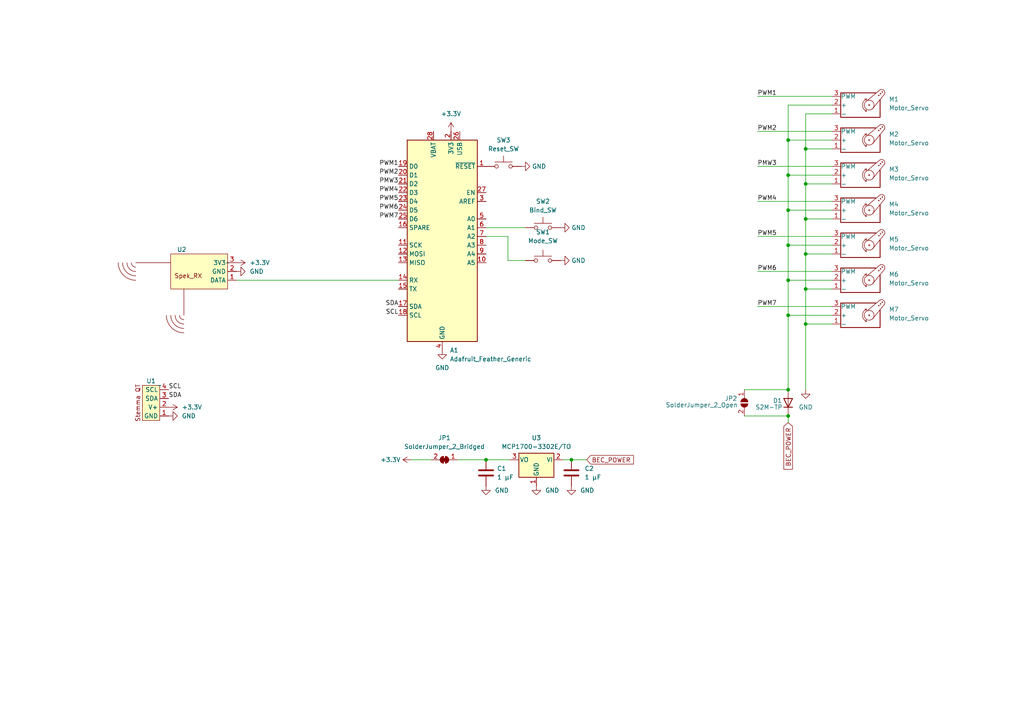
<source format=kicad_sch>
(kicad_sch (version 20230121) (generator eeschema)
  (paper "A4")
  (lib_symbols
    (symbol "Custom_Symbols:Motor_Servo" (pin_names (offset 0.0254))
      (property "Reference" "M" (at -5.08 4.445 0))
      (property "Value" "Motor_Servo" (at -5.08 -4.064 0))
      (symbol "Motor_Servo_0_1"
        (polyline (pts (xy 2.413 -1.778) (xy 2.032 -1.778)))
        (polyline (pts (xy 2.413 -1.778) (xy 2.286 -1.397)))
        (polyline (pts (xy 2.413 1.778) (xy 1.905 1.778)))
        (polyline (pts (xy 2.413 1.778) (xy 2.286 1.397)))
        (polyline (pts (xy 6.35 4.445) (xy 2.54 1.27)))
        (polyline (pts (xy 7.62 3.175) (xy 4.191 -1.016)))
        (polyline (pts (xy 5.08 3.556) (xy -5.08 3.556) (xy -5.08 -3.556) (xy 6.35 -3.556) (xy 6.35 1.524)) (stroke (width 0.254)))
        (arc (start 2.413 1.778) (mid 1.2406 0) (end 2.413 -1.778))
        (circle (center 3.175 0) (radius 0.1778))
        (circle (center 3.175 0) (radius 1.4224))
        (circle (center 5.969 2.794) (radius 0.127))
        (circle (center 6.477 3.302) (radius 0.127))
        (circle (center 6.985 3.81) (radius 0.127))
        (arc (start 7.62 3.175) (mid 7.4485 4.2735) (end 6.35 4.445))
      )
      (symbol "Motor_Servo_1_1"
        (pin passive line (at -7.62 -2.54 0) (length 2.54) (name "-") (number "1"))
        (pin passive line (at -7.62 0 0) (length 2.54) (name "+") (number "2"))
        (pin passive line (at -7.62 2.54 0) (length 2.54) (name "PWM") (number "3"))
      )
    )
    (symbol "Custom_Symbols:Spektrum_sattelite_reciever"
      (property "Reference" "U" (at 2.54 -3.81 0))
      (symbol "Spektrum_sattelite_reciever_0_1"
        (arc (start 13.97 15.24) (mid 13.598 16.138) (end 12.7 16.51))
        (arc (start 27.94 0) (mid 27.568 0.898) (end 26.67 1.27))
        (arc (start 29.21 0) (mid 28.4661 1.7961) (end 26.67 2.54))
        (arc (start 30.48 0) (mid 29.3641 2.6941) (end 26.67 3.81))
        (arc (start 31.75 0) (mid 30.2621 3.5921) (end 26.67 5.08))
      )
      (symbol "Spektrum_sattelite_reciever_1_1"
        (polyline (pts (xy 12.7 7.62) (xy 12.7 15.24)))
        (polyline (pts (xy 16.51 0) (xy 24.13 0) (xy 26.67 0)))
        (rectangle (start 0 7.62) (end 16.51 -2.54) (fill (type background)))
        (arc (start 15.24 15.24) (mid 14.4961 17.0361) (end 12.7 17.78))
        (arc (start 16.51 15.24) (mid 15.3941 17.9341) (end 12.7 19.05))
        (arc (start 17.78 15.24) (mid 16.2921 18.8321) (end 12.7 20.32))
        (text "Spek_RX" (at 11.43 3.81 0) (effects (font (size 1.27 1.27))))
        (pin output line (at -2.54 5.08 0) (length 2.54) (name "DATA") (number "1"))
        (pin power_in line (at -2.54 2.54 0) (length 2.54) (name "GND") (number "2"))
        (pin power_in line (at -2.54 0 0) (length 2.54) (name "3V3") (number "3"))
      )
    )
    (symbol "Custom_Symbols:Stemma_QT_connector"
      (property "Reference" "U" (at 1.27 -1.27 0))
      (symbol "Stemma_QT_connector_1_1"
        (rectangle (start 0 10.16) (end 5.08 0) (fill (type background)))
        (text "Stemma QT" (at 6.35 5.08 900) (effects (font (size 1.27 1.27))))
        (pin unspecified line (at -2.54 8.89 0) (length 2.54) (name "GND") (number "1"))
        (pin unspecified line (at -2.54 6.35 0) (length 2.54) (name "V+") (number "2"))
        (pin unspecified line (at -2.54 3.81 0) (length 2.54) (name "SDA") (number "3"))
        (pin unspecified line (at -2.54 1.27 0) (length 2.54) (name "SCL") (number "4"))
      )
    )
    (symbol "Device:C" (pin_numbers hide) (pin_names (offset 0.254))
      (property "Reference" "C" (at 0.635 2.54 0))
      (property "Value" "C" (at 0.635 -2.54 0))
      (symbol "C_0_1"
        (polyline (pts (xy -2.032 -0.762) (xy 2.032 -0.762)) (stroke (width 0.508)))
        (polyline (pts (xy -2.032 0.762) (xy 2.032 0.762)) (stroke (width 0.508)))
      )
      (symbol "C_1_1"
        (pin passive line (at 0 3.81 270) (length 2.794) (name "~") (number "1"))
        (pin passive line (at 0 -3.81 90) (length 2.794) (name "~") (number "2"))
      )
    )
    (symbol "Device:D" (pin_numbers hide) (pin_names (offset 1.016) hide)
      (property "Reference" "D" (at 0 2.54 0))
      (property "Value" "D" (at 0 -2.54 0))
      (symbol "D_0_1"
        (polyline (pts (xy -1.27 1.27) (xy -1.27 -1.27)) (stroke (width 0.254)))
        (polyline (pts (xy 1.27 0) (xy -1.27 0)))
        (polyline (pts (xy 1.27 1.27) (xy 1.27 -1.27) (xy -1.27 0) (xy 1.27 1.27)) (stroke (width 0.254)))
      )
      (symbol "D_1_1"
        (pin passive line (at -3.81 0 0) (length 2.54) (name "K") (number "1"))
        (pin passive line (at 3.81 0 180) (length 2.54) (name "A") (number "2"))
      )
    )
    (symbol "Jumper:SolderJumper_2_Bridged" (pin_names (offset 0) hide)
      (property "Reference" "JP" (at 0 2.032 0))
      (property "Value" "SolderJumper_2_Bridged" (at 0 -2.54 0))
      (symbol "SolderJumper_2_Bridged_0_1"
        (rectangle (start -0.508 0.508) (end 0.508 -0.508) (fill (type outline)))
        (arc (start -0.254 1.016) (mid -1.2656 0) (end -0.254 -1.016))
        (arc (start -0.254 1.016) (mid -1.2656 0) (end -0.254 -1.016) (fill (type outline)))
        (polyline (pts (xy -0.254 1.016) (xy -0.254 -1.016)))
        (polyline (pts (xy 0.254 1.016) (xy 0.254 -1.016)))
        (arc (start 0.254 -1.016) (mid 1.2656 0) (end 0.254 1.016))
        (arc (start 0.254 -1.016) (mid 1.2656 0) (end 0.254 1.016) (fill (type outline)))
      )
      (symbol "SolderJumper_2_Bridged_1_1"
        (pin passive line (at -3.81 0 0) (length 2.54) (name "A") (number "1"))
        (pin passive line (at 3.81 0 180) (length 2.54) (name "B") (number "2"))
      )
    )
    (symbol "Jumper:SolderJumper_2_Open" (pin_names (offset 0) hide)
      (property "Reference" "JP" (at 0 2.032 0))
      (property "Value" "SolderJumper_2_Open" (at 0 -2.54 0))
      (symbol "SolderJumper_2_Open_0_1"
        (arc (start -0.254 1.016) (mid -1.2656 0) (end -0.254 -1.016))
        (arc (start -0.254 1.016) (mid -1.2656 0) (end -0.254 -1.016) (fill (type outline)))
        (polyline (pts (xy -0.254 1.016) (xy -0.254 -1.016)))
        (polyline (pts (xy 0.254 1.016) (xy 0.254 -1.016)))
        (arc (start 0.254 -1.016) (mid 1.2656 0) (end 0.254 1.016))
        (arc (start 0.254 -1.016) (mid 1.2656 0) (end 0.254 1.016) (fill (type outline)))
      )
      (symbol "SolderJumper_2_Open_1_1"
        (pin passive line (at -3.81 0 0) (length 2.54) (name "A") (number "1"))
        (pin passive line (at 3.81 0 180) (length 2.54) (name "B") (number "2"))
      )
    )
    (symbol "MCU_Module:Adafruit_Feather_Generic"
      (property "Reference" "A" (at -10.16 29.21 0))
      (property "Value" "Adafruit_Feather_Generic" (at 2.54 -31.75 0))
      (symbol "Adafruit_Feather_Generic_0_1"
        (rectangle (start -10.16 27.94) (end 10.16 -30.48) (stroke (width 0.254)) (fill (type background)))
      )
      (symbol "Adafruit_Feather_Generic_1_1"
        (pin input line (at 12.7 20.32 180) (length 2.54) (name "~{RESET}") (number "1"))
        (pin bidirectional line (at 12.7 -7.62 180) (length 2.54) (name "A5") (number "10"))
        (pin bidirectional line (at -12.7 -2.54 0) (length 2.54) (name "SCK") (number "11"))
        (pin bidirectional line (at -12.7 -5.08 0) (length 2.54) (name "MOSI") (number "12"))
        (pin bidirectional line (at -12.7 -7.62 0) (length 2.54) (name "MISO") (number "13"))
        (pin bidirectional line (at -12.7 -12.7 0) (length 2.54) (name "RX") (number "14"))
        (pin bidirectional line (at -12.7 -15.24 0) (length 2.54) (name "TX") (number "15"))
        (pin bidirectional line (at -12.7 2.54 0) (length 2.54) (name "SPARE") (number "16"))
        (pin bidirectional line (at -12.7 -20.32 0) (length 2.54) (name "SDA") (number "17"))
        (pin bidirectional line (at -12.7 -22.86 0) (length 2.54) (name "SCL") (number "18"))
        (pin bidirectional line (at -12.7 20.32 0) (length 2.54) (name "D0") (number "19"))
        (pin power_in line (at 2.54 30.48 270) (length 2.54) (name "3V3") (number "2"))
        (pin bidirectional line (at -12.7 17.78 0) (length 2.54) (name "D1") (number "20"))
        (pin bidirectional line (at -12.7 15.24 0) (length 2.54) (name "D2") (number "21"))
        (pin bidirectional line (at -12.7 12.7 0) (length 2.54) (name "D3") (number "22"))
        (pin bidirectional line (at -12.7 10.16 0) (length 2.54) (name "D4") (number "23"))
        (pin bidirectional line (at -12.7 7.62 0) (length 2.54) (name "D5") (number "24"))
        (pin bidirectional line (at -12.7 5.08 0) (length 2.54) (name "D6") (number "25"))
        (pin power_in line (at 5.08 30.48 270) (length 2.54) (name "USB") (number "26"))
        (pin input line (at 12.7 12.7 180) (length 2.54) (name "EN") (number "27"))
        (pin power_in line (at -2.54 30.48 270) (length 2.54) (name "VBAT") (number "28"))
        (pin input line (at 12.7 10.16 180) (length 2.54) (name "AREF") (number "3"))
        (pin power_in line (at 0 -33.02 90) (length 2.54) (name "GND") (number "4"))
        (pin bidirectional line (at 12.7 5.08 180) (length 2.54) (name "A0") (number "5"))
        (pin bidirectional line (at 12.7 2.54 180) (length 2.54) (name "A1") (number "6"))
        (pin bidirectional line (at 12.7 0 180) (length 2.54) (name "A2") (number "7"))
        (pin bidirectional line (at 12.7 -2.54 180) (length 2.54) (name "A3") (number "8"))
        (pin bidirectional line (at 12.7 -5.08 180) (length 2.54) (name "A4") (number "9"))
      )
    )
    (symbol "Regulator_Linear:MCP1700x-330xxTO" (pin_names (offset 0.254))
      (property "Reference" "U" (at -3.81 -3.175 0))
      (property "Value" "MCP1700x-330xxTO" (at 0 -3.175 0))
      (symbol "MCP1700x-330xxTO_0_1"
        (rectangle (start -5.08 5.08) (end 5.08 -1.905) (stroke (width 0.254)) (fill (type background)))
      )
      (symbol "MCP1700x-330xxTO_1_1"
        (pin power_in line (at 0 7.62 270) (length 2.54) (name "GND") (number "1"))
        (pin power_in line (at -7.62 0 0) (length 2.54) (name "VI") (number "2"))
        (pin power_out line (at 7.62 0 180) (length 2.54) (name "VO") (number "3"))
      )
    )
    (symbol "Switch:SW_Push" (pin_numbers hide) (pin_names (offset 1.016) hide)
      (property "Reference" "SW" (at 1.27 2.54 0))
      (property "Value" "SW_Push" (at 0 -1.524 0))
      (symbol "SW_Push_0_1"
        (circle (center -2.032 0) (radius 0.508))
        (polyline (pts (xy 0 1.27) (xy 0 3.048)))
        (polyline (pts (xy 2.54 1.27) (xy -2.54 1.27)))
        (circle (center 2.032 0) (radius 0.508))
        (pin passive line (at -5.08 0 0) (length 2.54) (name "1") (number "1"))
        (pin passive line (at 5.08 0 180) (length 2.54) (name "2") (number "2"))
      )
    )
    (symbol "power:+3.3V" (power) (pin_names (offset 0))
      (property "Value" "+3.3V" (at 0 3.556 0))
      (symbol "+3.3V_0_1"
        (polyline (pts (xy -0.762 1.27) (xy 0 2.54)))
        (polyline (pts (xy 0 0) (xy 0 2.54)))
        (polyline (pts (xy 0 2.54) (xy 0.762 1.27)))
      )
      (symbol "+3.3V_1_1"
        (pin power_in line (at 0 0 90) (length 0) hide (name "+3.3V") (number "1"))
      )
    )
    (symbol "power:GND" (power) (pin_names (offset 0))
      (property "Value" "GND" (at 0 -3.81 0))
      (symbol "GND_0_1"
        (polyline (pts (xy 0 0) (xy 0 -1.27) (xy 1.27 -1.27) (xy 0 -2.54) (xy -1.27 -1.27) (xy 0 -1.27)))
      )
      (symbol "GND_1_1"
        (pin power_in line (at 0 0 270) (length 0) hide (name "GND") (number "1"))
      )
    )
  )
  (junction (at 228.6 91.44))
  (junction (at 233.68 53.34))
  (junction (at 228.6 50.8))
  (junction (at 228.6 81.28))
  (junction (at 140.97 133.35))
  (junction (at 165.735 133.35))
  (junction (at 228.6 113.03))
  (junction (at 228.6 71.12))
  (junction (at 233.68 73.66))
  (junction (at 228.6 120.65))
  (junction (at 228.6 40.64))
  (junction (at 233.68 63.5))
  (junction (at 228.6 60.96))
  (junction (at 233.68 93.98))
  (junction (at 233.68 43.18))
  (junction (at 233.68 83.82))
  (wire (pts (xy 119.38 133.35) (xy 125.095 133.35)))
  (wire (pts (xy 219.71 88.9) (xy 241.3 88.9)))
  (wire (pts (xy 233.68 83.82) (xy 233.68 93.98)))
  (wire (pts (xy 228.6 81.28) (xy 241.3 81.28)))
  (wire (pts (xy 228.6 71.12) (xy 228.6 81.28)))
  (wire (pts (xy 147.32 75.565) (xy 152.4 75.565)))
  (wire (pts (xy 219.71 68.58) (xy 241.3 68.58)))
  (wire (pts (xy 228.6 120.65) (xy 228.6 122.555)))
  (wire (pts (xy 165.735 133.35) (xy 170.18 133.35)))
  (wire (pts (xy 233.68 53.34) (xy 233.68 63.5)))
  (wire (pts (xy 233.68 83.82) (xy 241.3 83.82)))
  (wire (pts (xy 228.6 50.8) (xy 241.3 50.8)))
  (wire (pts (xy 68.58 81.28) (xy 115.57 81.28)))
  (wire (pts (xy 233.68 73.66) (xy 241.3 73.66)))
  (wire (pts (xy 219.71 38.1) (xy 241.3 38.1)))
  (wire (pts (xy 233.68 93.98) (xy 233.68 113.03)))
  (wire (pts (xy 228.6 30.48) (xy 241.3 30.48)))
  (wire (pts (xy 219.71 78.74) (xy 241.3 78.74)))
  (wire (pts (xy 132.715 133.35) (xy 140.97 133.35)))
  (wire (pts (xy 228.6 91.44) (xy 228.6 113.03)))
  (wire (pts (xy 233.68 63.5) (xy 241.3 63.5)))
  (wire (pts (xy 228.6 30.48) (xy 228.6 40.64)))
  (wire (pts (xy 163.195 133.35) (xy 165.735 133.35)))
  (wire (pts (xy 140.97 66.04) (xy 152.4 66.04)))
  (wire (pts (xy 228.6 60.96) (xy 228.6 71.12)))
  (wire (pts (xy 147.32 68.58) (xy 147.32 75.565)))
  (wire (pts (xy 140.97 133.35) (xy 147.955 133.35)))
  (wire (pts (xy 219.71 48.26) (xy 241.3 48.26)))
  (wire (pts (xy 219.71 27.94) (xy 241.3 27.94)))
  (wire (pts (xy 233.68 63.5) (xy 233.68 73.66)))
  (wire (pts (xy 140.97 68.58) (xy 147.32 68.58)))
  (wire (pts (xy 228.6 71.12) (xy 241.3 71.12)))
  (wire (pts (xy 215.9 120.65) (xy 228.6 120.65)))
  (wire (pts (xy 233.68 43.18) (xy 241.3 43.18)))
  (wire (pts (xy 228.6 91.44) (xy 241.3 91.44)))
  (wire (pts (xy 228.6 60.96) (xy 241.3 60.96)))
  (wire (pts (xy 233.68 73.66) (xy 233.68 83.82)))
  (wire (pts (xy 228.6 40.64) (xy 228.6 50.8)))
  (wire (pts (xy 233.68 53.34) (xy 241.3 53.34)))
  (wire (pts (xy 233.68 93.98) (xy 241.3 93.98)))
  (wire (pts (xy 233.68 33.02) (xy 233.68 43.18)))
  (wire (pts (xy 233.68 43.18) (xy 233.68 53.34)))
  (wire (pts (xy 215.9 113.03) (xy 228.6 113.03)))
  (wire (pts (xy 228.6 81.28) (xy 228.6 91.44)))
  (wire (pts (xy 219.71 58.42) (xy 241.3 58.42)))
  (wire (pts (xy 228.6 40.64) (xy 241.3 40.64)))
  (wire (pts (xy 241.3 33.02) (xy 233.68 33.02)))
  (wire (pts (xy 228.6 50.8) (xy 228.6 60.96)))
  (label "PWM6" (at 219.71 78.74 0))
  (label "SDA" (at 115.57 88.9 180))
  (label "SCL" (at 48.895 113.03 0))
  (label "PWM2" (at 219.71 38.1 0))
  (label "PWM7" (at 219.71 88.9 0))
  (label "PWM1" (at 115.57 48.26 180))
  (label "SCL" (at 115.57 91.44 180))
  (label "PMW3" (at 219.71 48.26 0))
  (label "PWM7" (at 115.57 63.5 180))
  (label "PWM5" (at 115.57 58.42 180))
  (label "SDA" (at 48.895 115.57 0))
  (label "PWM5" (at 219.71 68.58 0))
  (label "PWM1" (at 219.71 27.94 0))
  (label "PWM4" (at 115.57 55.88 180))
  (label "PWM4" (at 219.71 58.42 0))
  (label "PWM6" (at 115.57 60.96 180))
  (label "PMW3" (at 115.57 53.34 180))
  (label "PWM2" (at 115.57 50.8 180))
  (global_label "BEC_POWER" (shape input) (at 170.18 133.35 0) (property "Intersheetrefs" "${INTERSHEET_REFS}" (effects hide)))
  (global_label "BEC_POWER" (shape input) (at 228.6 122.555 270) (property "Intersheetrefs" "${INTERSHEET_REFS}" (effects hide)))
  (symbol (lib_id "Custom_Symbols:Motor_Servo") (at 248.92 81.28 0) (unit 1)
    (property "Reference" "M6" (at 257.81 79.5766 0) (effects (justify left)))
    (property "Value" "Motor_Servo" (at 257.81 82.1166 0) (effects (justify left)))
    (property "Footprint" "Connector_PinHeader_2.54mm:PinHeader_1x03_P2.54mm_Vertical" (effects hide))
    (property "Datasheet" "http://forums.parallax.com/uploads/attachments/46831/74481.png" (effects hide))
  )
  (symbol (lib_id "MCU_Module:Adafruit_Feather_Generic") (at 128.27 68.58 0) (unit 1)
    (property "Reference" "A1" (at 130.4641 101.6 0) (effects (justify left)))
    (property "Value" "Adafruit_Feather_Generic" (at 130.4641 104.14 0) (effects (justify left)))
    (property "Footprint" "Module:Adafruit_Feather" (effects hide))
    (property "Datasheet" "https://cdn-learn.adafruit.com/downloads/pdf/adafruit-feather.pdf" (effects hide))
  )
  (symbol (lib_id "power:+3.3V") (at 68.58 76.2 270) (unit 1)
    (property "Reference" "#PWR02" (effects hide))
    (property "Value" "+3.3V" (at 72.39 76.2 90) (effects (justify left)))
  )
  (symbol (lib_id "Switch:SW_Push") (at 157.48 66.04 0) (unit 1)
    (property "Reference" "SW2" (at 157.48 58.42 0))
    (property "Value" "Bind_SW" (at 157.48 60.96 0))
    (property "Footprint" "Button_Switch_THT:SW_PUSH_6mm" (effects hide))
  )
  (symbol (lib_id "power:GND") (at 128.27 101.6 0) (unit 1)
    (property "Reference" "#PWR011" (effects hide))
    (property "Value" "GND" (at 128.27 106.68 0))
  )
  (symbol (lib_id "power:+3.3V") (at 48.895 118.11 270) (unit 1)
    (property "Reference" "#PWR07" (effects hide))
    (property "Value" "+3.3V" (at 52.705 118.11 90) (effects (justify left)))
  )
  (symbol (lib_id "power:GND") (at 140.97 140.97 0) (unit 1)
    (property "Reference" "#PWR017" (effects hide))
    (property "Value" "GND" (at 143.51 142.24 0) (effects (justify left)))
  )
  (symbol (lib_id "power:GND") (at 68.58 78.74 90) (unit 1)
    (property "Reference" "#PWR04" (effects hide))
    (property "Value" "GND" (at 72.39 78.74 90) (effects (justify right)))
  )
  (symbol (lib_id "Custom_Symbols:Motor_Servo") (at 248.92 40.64 0) (unit 1)
    (property "Reference" "M2" (at 257.81 38.9366 0) (effects (justify left)))
    (property "Value" "Motor_Servo" (at 257.81 41.4766 0) (effects (justify left)))
    (property "Footprint" "Connector_PinHeader_2.54mm:PinHeader_1x03_P2.54mm_Vertical" (effects hide))
    (property "Datasheet" "http://forums.parallax.com/uploads/attachments/46831/74481.png" (effects hide))
  )
  (symbol (lib_id "power:+3.3V") (at 130.81 38.1 0) (unit 1)
    (property "Reference" "#PWR01" (effects hide))
    (property "Value" "+3.3V" (at 130.81 33.02 0))
  )
  (symbol (lib_id "Jumper:SolderJumper_2_Open") (at 215.9 116.84 270) (unit 1)
    (property "Reference" "JP2" (at 210.185 115.57 90) (effects (justify left)))
    (property "Value" "SolderJumper_2_Open" (at 193.04 117.475 90) (effects (justify left)))
    (property "Footprint" "Jumper:SolderJumper-2_P1.3mm_Open_RoundedPad1.0x1.5mm" (effects hide))
  )
  (symbol (lib_id "power:GND") (at 162.56 75.565 90) (unit 1)
    (property "Reference" "#PWR012" (effects hide))
    (property "Value" "GND" (at 165.735 75.565 90) (effects (justify right)))
  )
  (symbol (lib_id "Custom_Symbols:Motor_Servo") (at 248.92 71.12 0) (unit 1)
    (property "Reference" "M5" (at 257.81 69.4166 0) (effects (justify left)))
    (property "Value" "Motor_Servo" (at 257.81 71.9566 0) (effects (justify left)))
    (property "Footprint" "Connector_PinHeader_2.54mm:PinHeader_1x03_P2.54mm_Vertical" (effects hide))
    (property "Datasheet" "http://forums.parallax.com/uploads/attachments/46831/74481.png" (effects hide))
  )
  (symbol (lib_id "Regulator_Linear:MCP1700x-330xxTO") (at 155.575 133.35 180) (unit 1)
    (property "Reference" "U3" (at 155.575 127 0))
    (property "Value" "MCP1700-3302E/TO" (at 155.575 129.54 0))
    (property "Footprint" "Package_TO_SOT_THT:TO-92_Inline" (effects hide))
    (property "Datasheet" "http://ww1.microchip.com/downloads/en/DeviceDoc/20001826D.pdf" (effects hide))
  )
  (symbol (lib_id "Custom_Symbols:Spektrum_sattelite_reciever") (at 66.04 76.2 180) (unit 1)
    (property "Reference" "U2" (at 52.705 72.39 0))
    (property "Value" "~" (at 66.04 76.2 0))
    (property "Footprint" "Project Library:JST ZHR-3" (effects hide))
  )
  (symbol (lib_id "power:GND") (at 162.56 66.04 90) (unit 1)
    (property "Reference" "#PWR05" (effects hide))
    (property "Value" "GND" (at 165.735 66.04 90) (effects (justify right)))
  )
  (symbol (lib_id "power:GND") (at 165.735 140.97 0) (unit 1)
    (property "Reference" "#PWR03" (effects hide))
    (property "Value" "GND" (at 168.275 142.24 0) (effects (justify left)))
  )
  (symbol (lib_id "power:GND") (at 155.575 140.97 0) (unit 1)
    (property "Reference" "#PWR09" (effects hide))
    (property "Value" "GND" (at 158.115 142.24 0) (effects (justify left)))
  )
  (symbol (lib_id "Switch:SW_Push") (at 157.48 75.565 0) (unit 1)
    (property "Reference" "SW1" (at 157.48 67.31 0))
    (property "Value" "Mode_SW" (at 157.48 69.85 0))
    (property "Footprint" "Button_Switch_THT:SW_PUSH_6mm" (effects hide))
  )
  (symbol (lib_id "Device:C") (at 140.97 137.16 0) (unit 1)
    (property "Reference" "C1" (at 144.145 135.89 0) (effects (justify left)))
    (property "Value" "1 µF" (at 144.145 138.43 0) (effects (justify left)))
    (property "Footprint" "Capacitor_SMD:C_1210_3225Metric" (effects hide))
  )
  (symbol (lib_id "Jumper:SolderJumper_2_Bridged") (at 128.905 133.35 180) (unit 1)
    (property "Reference" "JP1" (at 128.905 127 0))
    (property "Value" "SolderJumper_2_Bridged" (at 128.905 129.54 0))
    (property "Footprint" "Jumper:SolderJumper-2_P1.3mm_Bridged_RoundedPad1.0x1.5mm" (effects hide))
  )
  (symbol (lib_id "Custom_Symbols:Motor_Servo") (at 248.92 30.48 0) (unit 1)
    (property "Reference" "M1" (at 257.81 28.7766 0) (effects (justify left)))
    (property "Value" "Motor_Servo" (at 257.81 31.3166 0) (effects (justify left)))
    (property "Footprint" "Connector_PinHeader_2.54mm:PinHeader_1x03_P2.54mm_Vertical" (effects hide))
    (property "Datasheet" "http://forums.parallax.com/uploads/attachments/46831/74481.png" (effects hide))
  )
  (symbol (lib_id "Switch:SW_Push") (at 146.05 48.26 0) (unit 1)
    (property "Reference" "SW3" (at 146.05 40.64 0))
    (property "Value" "Reset_SW" (at 146.05 43.18 0))
    (property "Footprint" "Button_Switch_THT:SW_PUSH_6mm" (effects hide))
  )
  (symbol (lib_id "Device:D") (at 228.6 116.84 90) (unit 1)
    (property "Reference" "D1" (at 224.155 116.205 90) (effects (justify right)))
    (property "Value" "S2M-TP" (at 219.075 118.11 90) (effects (justify right)))
    (property "Footprint" "Diode_SMD:D_SMB" (effects hide))
    (property "Sim.Device" "D" (effects hide))
    (property "Sim.Pins" "1=K 2=A" (effects hide))
  )
  (symbol (lib_id "power:GND") (at 233.68 113.03 0) (unit 1)
    (property "Reference" "#PWR06" (effects hide))
    (property "Value" "GND" (at 233.68 118.11 0))
  )
  (symbol (lib_id "Custom_Symbols:Motor_Servo") (at 248.92 50.8 0) (unit 1)
    (property "Reference" "M3" (at 257.81 49.0966 0) (effects (justify left)))
    (property "Value" "Motor_Servo" (at 257.81 51.6366 0) (effects (justify left)))
    (property "Footprint" "Connector_PinHeader_2.54mm:PinHeader_1x03_P2.54mm_Vertical" (effects hide))
    (property "Datasheet" "http://forums.parallax.com/uploads/attachments/46831/74481.png" (effects hide))
  )
  (symbol (lib_id "Custom_Symbols:Stemma_QT_connector") (at 46.355 111.76 180) (unit 1)
    (property "Reference" "U1" (at 43.815 110.49 0))
    (property "Value" "~" (at 46.355 111.76 0))
    (property "Footprint" "Connector_JST:JST_SH_SM04B-SRSS-TB_1x04-1MP_P1.00mm_Horizontal" (effects hide))
  )
  (symbol (lib_id "Device:C") (at 165.735 137.16 0) (unit 1)
    (property "Reference" "C2" (at 169.545 135.89 0) (effects (justify left)))
    (property "Value" "1 µF" (at 169.545 138.43 0) (effects (justify left)))
    (property "Footprint" "Capacitor_SMD:C_1210_3225Metric" (effects hide))
  )
  (symbol (lib_id "power:GND") (at 48.895 120.65 90) (unit 1)
    (property "Reference" "#PWR08" (effects hide))
    (property "Value" "GND" (at 52.705 120.65 90) (effects (justify right)))
  )
  (symbol (lib_id "power:GND") (at 151.13 48.26 90) (unit 1)
    (property "Reference" "#PWR013" (effects hide))
    (property "Value" "GND" (at 154.305 48.26 90) (effects (justify right)))
  )
  (symbol (lib_id "Custom_Symbols:Motor_Servo") (at 248.92 91.44 0) (unit 1)
    (property "Reference" "M7" (at 257.81 89.7366 0) (effects (justify left)))
    (property "Value" "Motor_Servo" (at 257.81 92.2766 0) (effects (justify left)))
    (property "Footprint" "Connector_PinHeader_2.54mm:PinHeader_1x03_P2.54mm_Vertical" (effects hide))
    (property "Datasheet" "http://forums.parallax.com/uploads/attachments/46831/74481.png" (effects hide))
  )
  (symbol (lib_id "Custom_Symbols:Motor_Servo") (at 248.92 60.96 0) (unit 1)
    (property "Reference" "M4" (at 257.81 59.2566 0) (effects (justify left)))
    (property "Value" "Motor_Servo" (at 257.81 61.7966 0) (effects (justify left)))
    (property "Footprint" "Connector_PinHeader_2.54mm:PinHeader_1x03_P2.54mm_Vertical" (effects hide))
    (property "Datasheet" "http://forums.parallax.com/uploads/attachments/46831/74481.png" (effects hide))
  )
  (symbol (lib_id "power:+3.3V") (at 119.38 133.35 90) (unit 1)
    (property "Reference" "#PWR010" (effects hide))
    (property "Value" "+3.3V" (at 116.205 133.35 90) (effects (justify left)))
  )
)
</source>
